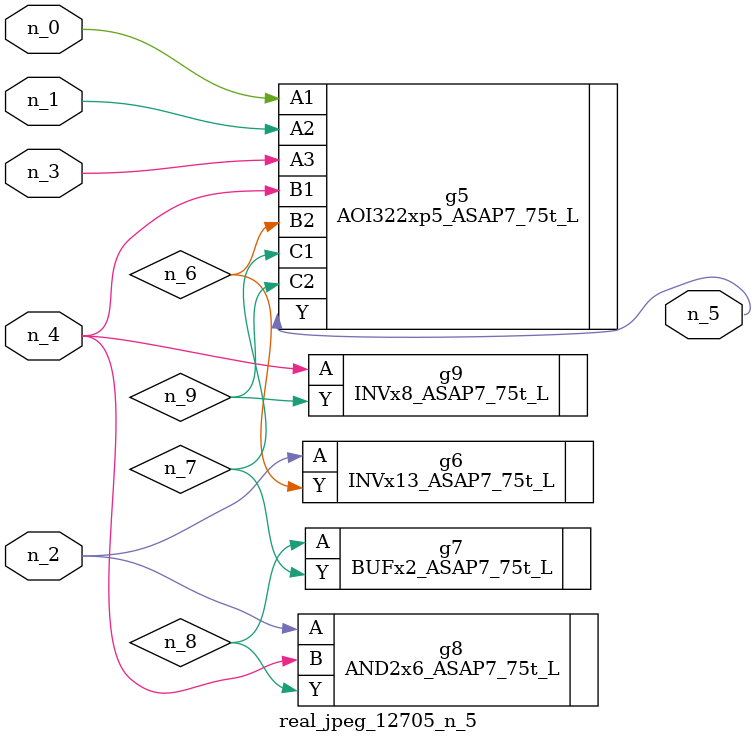
<source format=v>
module real_jpeg_12705_n_5 (n_4, n_0, n_1, n_2, n_3, n_5);

input n_4;
input n_0;
input n_1;
input n_2;
input n_3;

output n_5;

wire n_8;
wire n_6;
wire n_7;
wire n_9;

AOI322xp5_ASAP7_75t_L g5 ( 
.A1(n_0),
.A2(n_1),
.A3(n_3),
.B1(n_4),
.B2(n_6),
.C1(n_7),
.C2(n_9),
.Y(n_5)
);

INVx13_ASAP7_75t_L g6 ( 
.A(n_2),
.Y(n_6)
);

AND2x6_ASAP7_75t_L g8 ( 
.A(n_2),
.B(n_4),
.Y(n_8)
);

INVx8_ASAP7_75t_L g9 ( 
.A(n_4),
.Y(n_9)
);

BUFx2_ASAP7_75t_L g7 ( 
.A(n_8),
.Y(n_7)
);


endmodule
</source>
